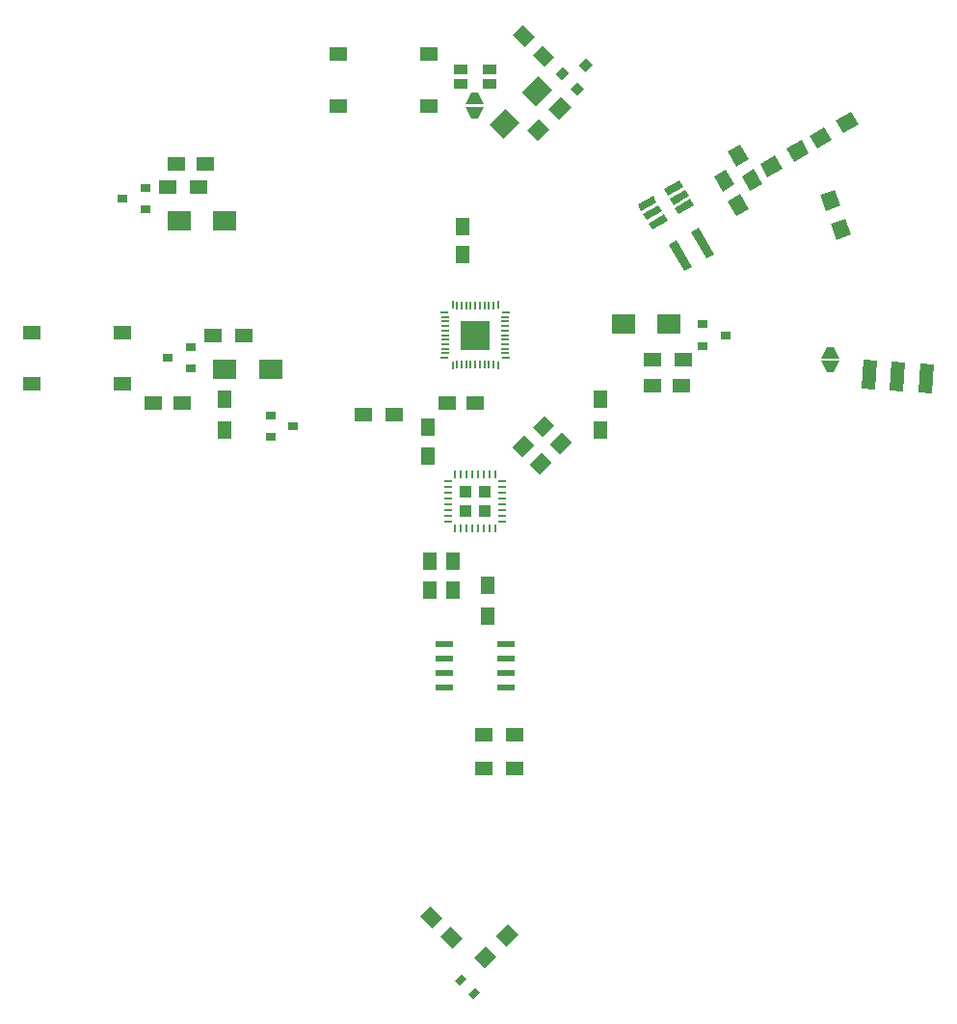
<source format=gbp>
G04 #@! TF.FileFunction,Paste,Bot*
%FSLAX46Y46*%
G04 Gerber Fmt 4.6, Leading zero omitted, Abs format (unit mm)*
G04 Created by KiCad (PCBNEW 4.0.6) date Monday, May 07, 2018 'PMt' 08:57:05 PM*
%MOMM*%
%LPD*%
G01*
G04 APERTURE LIST*
%ADD10C,0.100000*%
%ADD11R,1.250000X1.500000*%
%ADD12R,1.500000X1.250000*%
%ADD13R,1.270000X0.965200*%
%ADD14R,0.900000X0.800000*%
%ADD15R,1.500000X1.300000*%
%ADD16R,1.300000X1.500000*%
%ADD17R,2.000000X1.700000*%
%ADD18R,0.700000X0.250000*%
%ADD19R,0.250000X0.700000*%
%ADD20R,1.035000X1.035000*%
%ADD21R,1.550000X0.600000*%
%ADD22R,0.700000X0.240000*%
%ADD23R,0.800000X0.240000*%
%ADD24R,0.240000X0.800000*%
%ADD25R,2.550000X2.550000*%
%ADD26R,1.550000X1.300000*%
G04 APERTURE END LIST*
D10*
G36*
X174041266Y-78919551D02*
X172958734Y-79544551D01*
X172208734Y-78245513D01*
X173291266Y-77620513D01*
X174041266Y-78919551D01*
X174041266Y-78919551D01*
G37*
G36*
X172791266Y-76754487D02*
X171708734Y-77379487D01*
X170958734Y-76080449D01*
X172041266Y-75455449D01*
X172791266Y-76754487D01*
X172791266Y-76754487D01*
G37*
G36*
X155643846Y-102240038D02*
X154759962Y-101356154D01*
X155820622Y-100295494D01*
X156704506Y-101179378D01*
X155643846Y-102240038D01*
X155643846Y-102240038D01*
G37*
G36*
X157411612Y-100472272D02*
X156527728Y-99588388D01*
X157588388Y-98527728D01*
X158472272Y-99411612D01*
X157411612Y-100472272D01*
X157411612Y-100472272D01*
G37*
G36*
X148856155Y-142972271D02*
X147972271Y-143856155D01*
X146911611Y-142795495D01*
X147795495Y-141911611D01*
X148856155Y-142972271D01*
X148856155Y-142972271D01*
G37*
G36*
X147088389Y-141204505D02*
X146204505Y-142088389D01*
X145143845Y-141027729D01*
X146027729Y-140143845D01*
X147088389Y-141204505D01*
X147088389Y-141204505D01*
G37*
G36*
X154143846Y-100740038D02*
X153259962Y-99856154D01*
X154320622Y-98795494D01*
X155204506Y-99679378D01*
X154143846Y-100740038D01*
X154143846Y-100740038D01*
G37*
G36*
X155911612Y-98972272D02*
X155027728Y-98088388D01*
X156088388Y-97027728D01*
X156972272Y-97911612D01*
X155911612Y-98972272D01*
X155911612Y-98972272D01*
G37*
D11*
X145800000Y-100600001D03*
X145800000Y-98100001D03*
X146000000Y-109850000D03*
X146000000Y-112350000D03*
X148000000Y-109850000D03*
X148000000Y-112350000D03*
X148900000Y-80450001D03*
X148900000Y-82950001D03*
D12*
X149999999Y-96000001D03*
X147499999Y-96000001D03*
X124250000Y-96000000D03*
X121750000Y-96000000D03*
X126250000Y-75000000D03*
X123750000Y-75000000D03*
X165600000Y-94450000D03*
X168100000Y-94450000D03*
D10*
G36*
X156972272Y-65588388D02*
X156088388Y-66472272D01*
X155027728Y-65411612D01*
X155911612Y-64527728D01*
X156972272Y-65588388D01*
X156972272Y-65588388D01*
G37*
G36*
X155204506Y-63820622D02*
X154320622Y-64704506D01*
X153259962Y-63643846D01*
X154143846Y-62759962D01*
X155204506Y-63820622D01*
X155204506Y-63820622D01*
G37*
G36*
X172158734Y-73880449D02*
X173241266Y-73255449D01*
X173991266Y-74554487D01*
X172908734Y-75179487D01*
X172158734Y-73880449D01*
X172158734Y-73880449D01*
G37*
G36*
X173408734Y-76045513D02*
X174491266Y-75420513D01*
X175241266Y-76719551D01*
X174158734Y-77344551D01*
X173408734Y-76045513D01*
X173408734Y-76045513D01*
G37*
D13*
X148750000Y-66650000D03*
X148750000Y-67920000D03*
X151250000Y-66650000D03*
X151250000Y-67920000D03*
D10*
G36*
X169624038Y-80544968D02*
X170974038Y-82883236D01*
X170281218Y-83283236D01*
X168931218Y-80944968D01*
X169624038Y-80544968D01*
X169624038Y-80544968D01*
G37*
G36*
X167718782Y-81644968D02*
X169068782Y-83983236D01*
X168375962Y-84383236D01*
X167025962Y-82044968D01*
X167718782Y-81644968D01*
X167718782Y-81644968D01*
G37*
D14*
X125000000Y-91050000D03*
X125000000Y-92950000D03*
X123000000Y-92000000D03*
X121000000Y-77050000D03*
X121000000Y-78950000D03*
X119000000Y-78000000D03*
X170000000Y-90950000D03*
X170000000Y-89050000D03*
X172000000Y-90000000D03*
D10*
G36*
X158929290Y-68979899D02*
X158363604Y-68414213D01*
X159000000Y-67777817D01*
X159565686Y-68343503D01*
X158929290Y-68979899D01*
X158929290Y-68979899D01*
G37*
G36*
X157585787Y-67636396D02*
X157020101Y-67070710D01*
X157656497Y-66434314D01*
X158222183Y-67000000D01*
X157585787Y-67636396D01*
X157585787Y-67636396D01*
G37*
G36*
X159671752Y-66893934D02*
X159106066Y-66328248D01*
X159742462Y-65691852D01*
X160308148Y-66257538D01*
X159671752Y-66893934D01*
X159671752Y-66893934D01*
G37*
D15*
X153449999Y-128050000D03*
X150749999Y-128050000D03*
D16*
X151050000Y-112000000D03*
X151050000Y-114700000D03*
D15*
X153450000Y-125050000D03*
X150750000Y-125050000D03*
D10*
G36*
X152870711Y-141710051D02*
X153789949Y-142629289D01*
X152729289Y-143689949D01*
X151810051Y-142770711D01*
X152870711Y-141710051D01*
X152870711Y-141710051D01*
G37*
G36*
X150961523Y-143619239D02*
X151880761Y-144538477D01*
X150820101Y-145599137D01*
X149900863Y-144679899D01*
X150961523Y-143619239D01*
X150961523Y-143619239D01*
G37*
D16*
X161000000Y-95650000D03*
X161000000Y-98350000D03*
D15*
X142850000Y-97000000D03*
X140150000Y-97000000D03*
D17*
X132000000Y-93000000D03*
X128000000Y-93000000D03*
X128000001Y-80000000D03*
X124000001Y-80000000D03*
X163000000Y-89000000D03*
X167000000Y-89000000D03*
D10*
G36*
X152479720Y-72722362D02*
X151277638Y-71520280D01*
X152691852Y-70106066D01*
X153893934Y-71308148D01*
X152479720Y-72722362D01*
X152479720Y-72722362D01*
G37*
G36*
X155308148Y-69893934D02*
X154106066Y-68691852D01*
X155520280Y-67277638D01*
X156722362Y-68479720D01*
X155308148Y-69893934D01*
X155308148Y-69893934D01*
G37*
D15*
X129700000Y-90000000D03*
X127000000Y-90000000D03*
X125700000Y-77000000D03*
X123000000Y-77000000D03*
X165550000Y-92150000D03*
X168250000Y-92150000D03*
D10*
G36*
X155474695Y-72944543D02*
X154555457Y-72025305D01*
X155616117Y-70964645D01*
X156535355Y-71883883D01*
X155474695Y-72944543D01*
X155474695Y-72944543D01*
G37*
G36*
X157383883Y-71035355D02*
X156464645Y-70116117D01*
X157525305Y-69055457D01*
X158444543Y-69974695D01*
X157383883Y-71035355D01*
X157383883Y-71035355D01*
G37*
G36*
X182990769Y-81169626D02*
X181769169Y-81614253D01*
X181256139Y-80204714D01*
X182477739Y-79760087D01*
X182990769Y-81169626D01*
X182990769Y-81169626D01*
G37*
G36*
X182067315Y-78632456D02*
X180845715Y-79077083D01*
X180332685Y-77667544D01*
X181554285Y-77222917D01*
X182067315Y-78632456D01*
X182067315Y-78632456D01*
G37*
G36*
X175676220Y-76112917D02*
X175026220Y-74987083D01*
X176325258Y-74237083D01*
X176975258Y-75362917D01*
X175676220Y-76112917D01*
X175676220Y-76112917D01*
G37*
G36*
X178014488Y-74762917D02*
X177364488Y-73637083D01*
X178663526Y-72887083D01*
X179313526Y-74012917D01*
X178014488Y-74762917D01*
X178014488Y-74762917D01*
G37*
G36*
X180006347Y-73612917D02*
X179356347Y-72487083D01*
X180655385Y-71737083D01*
X181305385Y-72862917D01*
X180006347Y-73612917D01*
X180006347Y-73612917D01*
G37*
G36*
X182344615Y-72262917D02*
X181694615Y-71137083D01*
X182993653Y-70387083D01*
X183643653Y-71512917D01*
X182344615Y-72262917D01*
X182344615Y-72262917D01*
G37*
D18*
X152400000Y-102850000D03*
X152400000Y-103350000D03*
X152400000Y-103850000D03*
X152400000Y-104350000D03*
X152400000Y-104850000D03*
X152400000Y-105350000D03*
X152400000Y-105850000D03*
X152400000Y-106350000D03*
D19*
X151750000Y-107000000D03*
X151250000Y-107000000D03*
X150750000Y-107000000D03*
X150250000Y-107000000D03*
X149750000Y-107000000D03*
X149250000Y-107000000D03*
X148750000Y-107000000D03*
X148250000Y-107000000D03*
D18*
X147600000Y-106350000D03*
X147600000Y-105850000D03*
X147600000Y-105350000D03*
X147600000Y-104850000D03*
X147600000Y-104350000D03*
X147600000Y-103850000D03*
X147600000Y-103350000D03*
X147600000Y-102850000D03*
D19*
X148250000Y-102200000D03*
X148750000Y-102200000D03*
X149250000Y-102200000D03*
X149750000Y-102200000D03*
X150250000Y-102200000D03*
X150750000Y-102200000D03*
X151250000Y-102200000D03*
X151750000Y-102200000D03*
D20*
X149137500Y-105462500D03*
X149137500Y-103737500D03*
X150862500Y-105462500D03*
X150862500Y-103737500D03*
D21*
X147300000Y-120905000D03*
X147300000Y-119635000D03*
X147300000Y-118365000D03*
X147300000Y-117095000D03*
X152700000Y-117095000D03*
X152700000Y-118365000D03*
X152700000Y-119635000D03*
X152700000Y-120905000D03*
D22*
X147300000Y-92000000D03*
D23*
X147400000Y-91600000D03*
X147400000Y-91200000D03*
X147400000Y-90800000D03*
X147400000Y-90400000D03*
X147400000Y-90000000D03*
X147400000Y-89600000D03*
X147400000Y-89200000D03*
X147400000Y-88800000D03*
X147400000Y-88400000D03*
X147300000Y-88000000D03*
D24*
X148000000Y-87300000D03*
X148400000Y-87400000D03*
X148800000Y-87400000D03*
X149200000Y-87400000D03*
X149600000Y-87400000D03*
X150000000Y-87400000D03*
X150400000Y-87400000D03*
X150800000Y-87400000D03*
X151200000Y-87400000D03*
X151600000Y-87400000D03*
X152000000Y-87300000D03*
D23*
X152700000Y-88000000D03*
X152600000Y-88400000D03*
X152600000Y-88800000D03*
X152600000Y-89200000D03*
X152600000Y-89600000D03*
X152600000Y-90000000D03*
X152600000Y-90400000D03*
X152600000Y-90800000D03*
X152600000Y-91200000D03*
X152600000Y-91600000D03*
X152700000Y-92000000D03*
D24*
X152000000Y-92700000D03*
X151600000Y-92600000D03*
X151200000Y-92600000D03*
X150800000Y-92600000D03*
X150400000Y-92600000D03*
X150000000Y-92600000D03*
X149600000Y-92600000D03*
X149200000Y-92600000D03*
X148800000Y-92600000D03*
X148400000Y-92600000D03*
X148000000Y-92700000D03*
D25*
X150000000Y-90000000D03*
D10*
G36*
X165542866Y-80736169D02*
X165217866Y-80173253D01*
X166568866Y-79393253D01*
X166893866Y-79956169D01*
X165542866Y-80736169D01*
X165542866Y-80736169D01*
G37*
G36*
X165067866Y-79913445D02*
X164742866Y-79350529D01*
X166093866Y-78570529D01*
X166418866Y-79133445D01*
X165067866Y-79913445D01*
X165067866Y-79913445D01*
G37*
G36*
X164592866Y-79090721D02*
X164267866Y-78527805D01*
X165618866Y-77747805D01*
X165943866Y-78310721D01*
X164592866Y-79090721D01*
X164592866Y-79090721D01*
G37*
G36*
X166931134Y-77740721D02*
X166606134Y-77177805D01*
X167957134Y-76397805D01*
X168282134Y-76960721D01*
X166931134Y-77740721D01*
X166931134Y-77740721D01*
G37*
G36*
X167881134Y-79386169D02*
X167556134Y-78823253D01*
X168907134Y-78043253D01*
X169232134Y-78606169D01*
X167881134Y-79386169D01*
X167881134Y-79386169D01*
G37*
G36*
X167406134Y-78563445D02*
X167081134Y-78000529D01*
X168432134Y-77220529D01*
X168757134Y-77783445D01*
X167406134Y-78563445D01*
X167406134Y-78563445D01*
G37*
D26*
X111025000Y-89750000D03*
X118975000Y-89750000D03*
X118975000Y-94250000D03*
X111025000Y-94250000D03*
X145950000Y-69850000D03*
X138000000Y-69850000D03*
X138000000Y-65350000D03*
X145950000Y-65350000D03*
D14*
X132000000Y-98950000D03*
X132000000Y-97050000D03*
X134000000Y-98000000D03*
D16*
X128000000Y-95650000D03*
X128000000Y-98350000D03*
D10*
G36*
X150396016Y-147730330D02*
X149830330Y-148296016D01*
X149406066Y-147871752D01*
X149971752Y-147306066D01*
X150396016Y-147730330D01*
X150396016Y-147730330D01*
G37*
G36*
X149193934Y-146528248D02*
X148628248Y-147093934D01*
X148203984Y-146669670D01*
X148769670Y-146103984D01*
X149193934Y-146528248D01*
X149193934Y-146528248D01*
G37*
G36*
X183931728Y-94671228D02*
X184105701Y-92183303D01*
X185296792Y-92266592D01*
X185122819Y-94754517D01*
X183931728Y-94671228D01*
X183931728Y-94671228D01*
G37*
G36*
X186425638Y-94845619D02*
X186599611Y-92357694D01*
X187790702Y-92440983D01*
X187616729Y-94928908D01*
X186425638Y-94845619D01*
X186425638Y-94845619D01*
G37*
G36*
X188919548Y-95020010D02*
X189093521Y-92532085D01*
X190284612Y-92615374D01*
X190110639Y-95103299D01*
X188919548Y-95020010D01*
X188919548Y-95020010D01*
G37*
G36*
X181450000Y-93250000D02*
X180850000Y-93250000D01*
X180350000Y-92250000D01*
X181950000Y-92250000D01*
X181450000Y-93250000D01*
X181450000Y-93250000D01*
G37*
G36*
X181950000Y-92050000D02*
X180350000Y-92050000D01*
X180850000Y-91050000D01*
X181450000Y-91050000D01*
X181950000Y-92050000D01*
X181950000Y-92050000D01*
G37*
G36*
X149650000Y-68700000D02*
X150250000Y-68700000D01*
X150750000Y-69700000D01*
X149150000Y-69700000D01*
X149650000Y-68700000D01*
X149650000Y-68700000D01*
G37*
G36*
X149150000Y-70000000D02*
X150750000Y-70000000D01*
X150250000Y-71000000D01*
X149650000Y-71000000D01*
X149150000Y-70000000D01*
X149150000Y-70000000D01*
G37*
M02*

</source>
